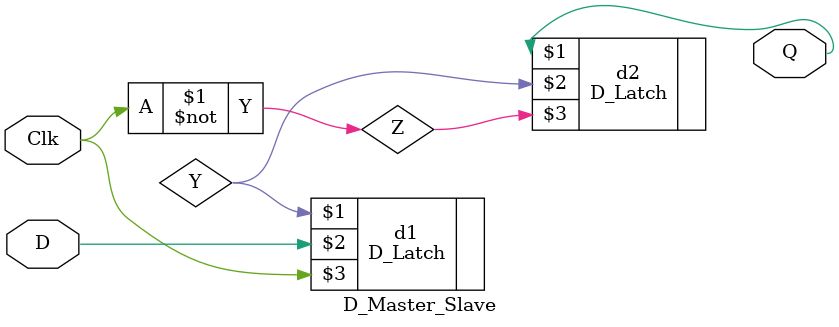
<source format=v>

module D_Master_Slave(Q, D, Clk);
    input Clk, D;
    output Q;
    wire Y, Z;
    assign Z = ~Clk;
    D_Latch d1(Y,D,Clk), d2(Q,Y, Z);

endmodule


</source>
